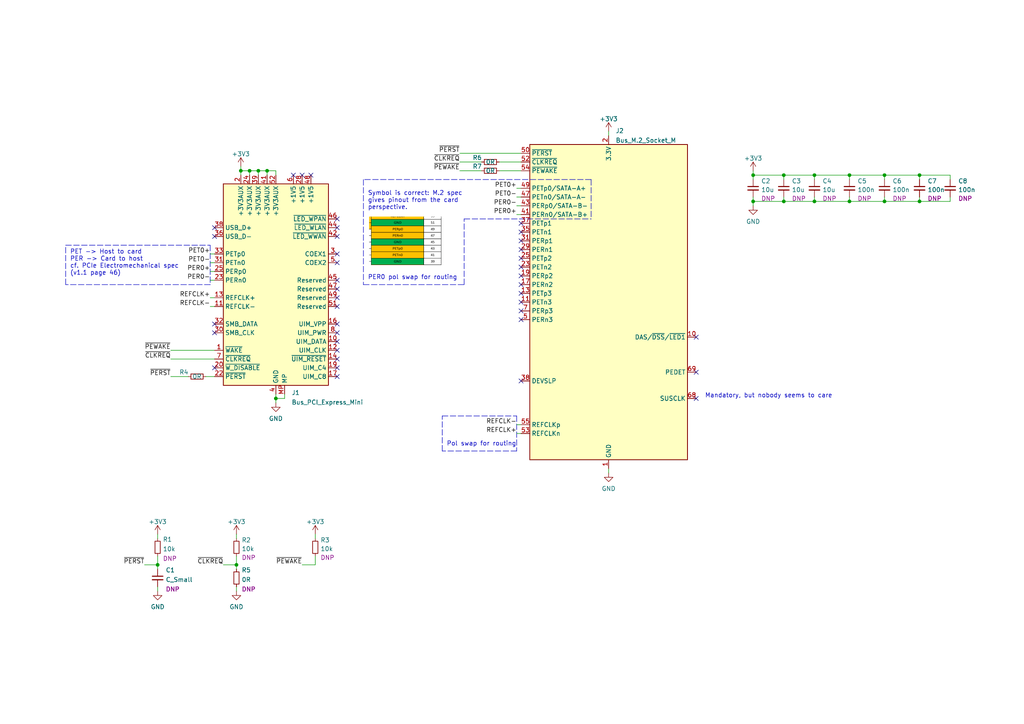
<source format=kicad_sch>
(kicad_sch (version 20211123) (generator eeschema)
  (paper "A4")
  (lib_symbols
    (symbol "Connector:Bus_M.2_Socket_M"
      (property "Reference" "J" (at -22.86 46.99 0))
      (property "Value" "Bus_M.2_Socket_M" (at 16.51 46.99 0))
      (symbol "Bus_M.2_Socket_M_0_1"
        (rectangle (start -22.86 45.72) (end 22.86 -45.72) (stroke (width 0.254)) (fill (type background)))
      )
      (symbol "Bus_M.2_Socket_M_1_1"
        (pin power_in line (at 0 -48.26 90) (length 2.54) (name "GND") (number "1"))
        (pin bidirectional line (at 25.4 -10.16 180) (length 2.54) (name "DAS/~{DSS}/~{LED1}") (number "10"))
        (pin output line (at -25.4 0 0) (length 2.54) (name "PETn3") (number "11"))
        (pin passive line (at 0 48.26 270) (length 2.54) hide (name "3.3V") (number "12"))
        (pin output line (at -25.4 2.54 0) (length 2.54) (name "PETp3") (number "13"))
        (pin passive line (at 0 48.26 270) (length 2.54) hide (name "3.3V") (number "14"))
        (pin passive line (at 0 -48.26 90) (length 2.54) hide (name "GND") (number "15"))
        (pin passive line (at 0 48.26 270) (length 2.54) hide (name "3.3V") (number "16"))
        (pin input line (at -25.4 5.08 0) (length 2.54) (name "PERn2") (number "17"))
        (pin passive line (at 0 48.26 270) (length 2.54) hide (name "3.3V") (number "18"))
        (pin input line (at -25.4 7.62 0) (length 2.54) (name "PERp2") (number "19"))
        (pin power_in line (at 0 48.26 270) (length 2.54) (name "3.3V") (number "2"))
        (pin no_connect line (at 22.86 2.54 180) (length 2.54) hide (name "NC") (number "20"))
        (pin passive line (at 0 -48.26 90) (length 2.54) hide (name "GND") (number "21"))
        (pin no_connect line (at 22.86 5.08 180) (length 2.54) hide (name "NC") (number "22"))
        (pin output line (at -25.4 10.16 0) (length 2.54) (name "PETn2") (number "23"))
        (pin no_connect line (at 22.86 7.62 180) (length 2.54) hide (name "NC") (number "24"))
        (pin output line (at -25.4 12.7 0) (length 2.54) (name "PETp2") (number "25"))
        (pin no_connect line (at 22.86 10.16 180) (length 2.54) hide (name "NC") (number "26"))
        (pin passive line (at 0 -48.26 90) (length 2.54) hide (name "GND") (number "27"))
        (pin no_connect line (at 22.86 12.7 180) (length 2.54) hide (name "NC") (number "28"))
        (pin input line (at -25.4 15.24 0) (length 2.54) (name "PERn1") (number "29"))
        (pin passive line (at 0 -48.26 90) (length 2.54) hide (name "GND") (number "3"))
        (pin no_connect line (at 22.86 15.24 180) (length 2.54) hide (name "NC") (number "30"))
        (pin input line (at -25.4 17.78 0) (length 2.54) (name "PERp1") (number "31"))
        (pin no_connect line (at 22.86 17.78 180) (length 2.54) hide (name "NC") (number "32"))
        (pin passive line (at 0 -48.26 90) (length 2.54) hide (name "GND") (number "33"))
        (pin no_connect line (at 22.86 20.32 180) (length 2.54) hide (name "NC") (number "34"))
        (pin output line (at -25.4 20.32 0) (length 2.54) (name "PETn1") (number "35"))
        (pin no_connect line (at 22.86 22.86 180) (length 2.54) hide (name "NC") (number "36"))
        (pin output line (at -25.4 22.86 0) (length 2.54) (name "PETp1") (number "37"))
        (pin output line (at -25.4 -22.86 0) (length 2.54) (name "DEVSLP") (number "38"))
        (pin passive line (at 0 -48.26 90) (length 2.54) hide (name "GND") (number "39"))
        (pin passive line (at 0 48.26 270) (length 2.54) hide (name "3.3V") (number "4"))
        (pin no_connect line (at 22.86 25.4 180) (length 2.54) hide (name "NC") (number "40"))
        (pin input line (at -25.4 25.4 0) (length 2.54) (name "PERn0/SATA-B+") (number "41"))
        (pin no_connect line (at 22.86 27.94 180) (length 2.54) hide (name "NC") (number "42"))
        (pin input line (at -25.4 27.94 0) (length 2.54) (name "PERp0/SATA-B-") (number "43"))
        (pin no_connect line (at 22.86 30.48 180) (length 2.54) hide (name "NC") (number "44"))
        (pin passive line (at 0 -48.26 90) (length 2.54) hide (name "GND") (number "45"))
        (pin no_connect line (at 22.86 33.02 180) (length 2.54) hide (name "NC") (number "46"))
        (pin output line (at -25.4 30.48 0) (length 2.54) (name "PETn0/SATA-A-") (number "47"))
        (pin no_connect line (at 22.86 35.56 180) (length 2.54) hide (name "NC") (number "48"))
        (pin output line (at -25.4 33.02 0) (length 2.54) (name "PETp0/SATA-A+") (number "49"))
        (pin input line (at -25.4 -5.08 0) (length 2.54) (name "PERn3") (number "5"))
        (pin output line (at -25.4 43.18 0) (length 2.54) (name "~{PERST}") (number "50"))
        (pin passive line (at 0 -48.26 90) (length 2.54) hide (name "GND") (number "51"))
        (pin bidirectional line (at -25.4 40.64 0) (length 2.54) (name "~{CLKREQ}") (number "52"))
        (pin output line (at -25.4 -38.1 0) (length 2.54) (name "REFCLKn") (number "53"))
        (pin bidirectional line (at -25.4 38.1 0) (length 2.54) (name "~{PEWAKE}") (number "54"))
        (pin output line (at -25.4 -35.56 0) (length 2.54) (name "REFCLKp") (number "55"))
        (pin no_connect line (at 22.86 38.1 180) (length 2.54) hide (name "NC") (number "56"))
        (pin passive line (at 0 -48.26 90) (length 2.54) hide (name "GND") (number "57"))
        (pin no_connect line (at 22.86 40.64 180) (length 2.54) hide (name "NC") (number "58"))
        (pin no_connect line (at 22.86 -2.54 180) (length 2.54) hide (name "NC") (number "6"))
        (pin no_connect line (at 22.86 -5.08 180) (length 2.54) hide (name "NC") (number "67"))
        (pin output line (at 25.4 -27.94 180) (length 2.54) (name "SUSCLK") (number "68"))
        (pin passive line (at 25.4 -20.32 180) (length 2.54) (name "PEDET") (number "69"))
        (pin input line (at -25.4 -2.54 0) (length 2.54) (name "PERp3") (number "7"))
        (pin passive line (at 0 48.26 270) (length 2.54) hide (name "3.3V") (number "70"))
        (pin passive line (at 0 -48.26 90) (length 2.54) hide (name "GND") (number "71"))
        (pin passive line (at 0 48.26 270) (length 2.54) hide (name "3.3V") (number "72"))
        (pin passive line (at 0 -48.26 90) (length 2.54) hide (name "GND") (number "73"))
        (pin passive line (at 0 48.26 270) (length 2.54) hide (name "3.3V") (number "74"))
        (pin passive line (at 0 -48.26 90) (length 2.54) hide (name "GND") (number "75"))
        (pin no_connect line (at 22.86 0 180) (length 2.54) hide (name "NC") (number "8"))
        (pin passive line (at 0 -48.26 90) (length 2.54) hide (name "GND") (number "9"))
      )
    )
    (symbol "Connector:Bus_PCI_Express_Mini"
      (property "Reference" "J" (at -16.51 31.75 0))
      (property "Value" "Bus_PCI_Express_Mini" (at 22.86 31.75 0))
      (symbol "Bus_PCI_Express_Mini_0_1"
        (rectangle (start -15.24 30.48) (end 15.24 -27.94) (stroke (width 0.254)) (fill (type background)))
      )
      (symbol "Bus_PCI_Express_Mini_1_1"
        (pin open_collector line (at -17.78 -17.78 0) (length 2.54) (name "~{WAKE}") (number "1"))
        (pin bidirectional line (at 17.78 -15.24 180) (length 2.54) (name "UIM_DATA") (number "10"))
        (pin input line (at -17.78 -5.08 0) (length 2.54) (name "REFCLK-") (number "11"))
        (pin output line (at 17.78 -17.78 180) (length 2.54) (name "UIM_CLK") (number "12"))
        (pin input line (at -17.78 -2.54 0) (length 2.54) (name "REFCLK+") (number "13"))
        (pin output line (at 17.78 -20.32 180) (length 2.54) (name "~{UIM_RESET}") (number "14"))
        (pin passive line (at 0 -30.48 90) (length 2.54) hide (name "GND") (number "15"))
        (pin power_out line (at 17.78 -10.16 180) (length 2.54) (name "UIM_VPP") (number "16"))
        (pin passive line (at 17.78 -25.4 180) (length 2.54) (name "UIM_C8") (number "17"))
        (pin passive line (at 0 -30.48 90) (length 2.54) hide (name "GND") (number "18"))
        (pin passive line (at 17.78 -22.86 180) (length 2.54) (name "UIM_C4") (number "19"))
        (pin power_in line (at -10.16 33.02 270) (length 2.54) (name "+3V3AUX") (number "2"))
        (pin input line (at -17.78 -22.86 0) (length 2.54) (name "~{W_DISABLE}") (number "20"))
        (pin passive line (at 0 -30.48 90) (length 2.54) hide (name "GND") (number "21"))
        (pin input line (at -17.78 -25.4 0) (length 2.54) (name "~{PERST}") (number "22"))
        (pin output line (at -17.78 2.54 0) (length 2.54) (name "PERn0") (number "23"))
        (pin power_in line (at -7.62 33.02 270) (length 2.54) (name "+3V3AUX") (number "24"))
        (pin output line (at -17.78 5.08 0) (length 2.54) (name "PERp0") (number "25"))
        (pin passive line (at 0 -30.48 90) (length 2.54) hide (name "GND") (number "26"))
        (pin passive line (at 0 -30.48 90) (length 2.54) hide (name "GND") (number "27"))
        (pin power_in line (at 7.62 33.02 270) (length 2.54) (name "+1V5") (number "28"))
        (pin passive line (at 0 -30.48 90) (length 2.54) hide (name "GND") (number "29"))
        (pin passive line (at 17.78 10.16 180) (length 2.54) (name "COEX1") (number "3"))
        (pin input line (at -17.78 -12.7 0) (length 2.54) (name "SMB_CLK") (number "30"))
        (pin input line (at -17.78 7.62 0) (length 2.54) (name "PETn0") (number "31"))
        (pin bidirectional line (at -17.78 -10.16 0) (length 2.54) (name "SMB_DATA") (number "32"))
        (pin input line (at -17.78 10.16 0) (length 2.54) (name "PETp0") (number "33"))
        (pin passive line (at 0 -30.48 90) (length 2.54) hide (name "GND") (number "34"))
        (pin passive line (at 0 -30.48 90) (length 2.54) hide (name "GND") (number "35"))
        (pin bidirectional line (at -17.78 15.24 0) (length 2.54) (name "USB_D-") (number "36"))
        (pin passive line (at 0 -30.48 90) (length 2.54) hide (name "GND") (number "37"))
        (pin bidirectional line (at -17.78 17.78 0) (length 2.54) (name "USB_D+") (number "38"))
        (pin power_in line (at -5.08 33.02 270) (length 2.54) (name "+3V3AUX") (number "39"))
        (pin power_in line (at 0 -30.48 90) (length 2.54) (name "GND") (number "4"))
        (pin passive line (at 0 -30.48 90) (length 2.54) hide (name "GND") (number "40"))
        (pin power_in line (at -2.54 33.02 270) (length 2.54) (name "+3V3AUX") (number "41"))
        (pin open_collector line (at 17.78 15.24 180) (length 2.54) (name "~{LED_WWAN}") (number "42"))
        (pin passive line (at 0 -30.48 90) (length 2.54) hide (name "GND") (number "43"))
        (pin open_collector line (at 17.78 17.78 180) (length 2.54) (name "~{LED_WLAN}") (number "44"))
        (pin passive line (at 17.78 2.54 180) (length 2.54) (name "Reserved") (number "45"))
        (pin open_collector line (at 17.78 20.32 180) (length 2.54) (name "~{LED_WPAN}") (number "46"))
        (pin passive line (at 17.78 0 180) (length 2.54) (name "Reserved") (number "47"))
        (pin power_in line (at 10.16 33.02 270) (length 2.54) (name "+1V5") (number "48"))
        (pin passive line (at 17.78 -2.54 180) (length 2.54) (name "Reserved") (number "49"))
        (pin passive line (at 17.78 7.62 180) (length 2.54) (name "COEX2") (number "5"))
        (pin passive line (at 0 -30.48 90) (length 2.54) hide (name "GND") (number "50"))
        (pin passive line (at 17.78 -5.08 180) (length 2.54) (name "Reserved") (number "51"))
        (pin power_in line (at 0 33.02 270) (length 2.54) (name "+3V3AUX") (number "52"))
        (pin power_in line (at 5.08 33.02 270) (length 2.54) (name "+1V5") (number "6"))
        (pin open_collector line (at -17.78 -20.32 0) (length 2.54) (name "~{CLKREQ}") (number "7"))
        (pin power_out line (at 17.78 -12.7 180) (length 2.54) (name "UIM_PWR") (number "8"))
        (pin passive line (at 0 -30.48 90) (length 2.54) hide (name "GND") (number "9"))
        (pin passive line (at 2.54 -30.48 90) (length 2.54) (name "MP") (number "MP"))
      )
    )
    (symbol "Device:C_Small" (pin_numbers hide) (pin_names (offset 0.254) hide)
      (property "Reference" "C" (at 0.254 1.778 0))
      (property "Value" "C_Small" (at 0.254 -2.032 0))
      (symbol "C_Small_0_1"
        (polyline (pts (xy -1.524 -0.508) (xy 1.524 -0.508)) (stroke (width 0.3302)))
        (polyline (pts (xy -1.524 0.508) (xy 1.524 0.508)) (stroke (width 0.3048)))
      )
      (symbol "C_Small_1_1"
        (pin passive line (at 0 2.54 270) (length 2.032) (name "~") (number "1"))
        (pin passive line (at 0 -2.54 90) (length 2.032) (name "~") (number "2"))
      )
    )
    (symbol "Device:R_Small" (pin_numbers hide) (pin_names (offset 0.254) hide)
      (property "Reference" "R" (at 0.762 0.508 0))
      (property "Value" "R_Small" (at 0.762 -1.016 0))
      (symbol "R_Small_0_1"
        (rectangle (start -0.762 1.778) (end 0.762 -1.778) (stroke (width 0.2032)))
      )
      (symbol "R_Small_1_1"
        (pin passive line (at 0 2.54 270) (length 0.762) (name "~") (number "1"))
        (pin passive line (at 0 -2.54 90) (length 0.762) (name "~") (number "2"))
      )
    )
    (symbol "power:+3V3" (power) (pin_names (offset 0))
      (property "Value" "+3V3" (at 0 3.556 0))
      (symbol "+3V3_0_1"
        (polyline (pts (xy -0.762 1.27) (xy 0 2.54)))
        (polyline (pts (xy 0 0) (xy 0 2.54)))
        (polyline (pts (xy 0 2.54) (xy 0.762 1.27)))
      )
      (symbol "+3V3_1_1"
        (pin power_in line (at 0 0 90) (length 0) hide (name "+3V3") (number "1"))
      )
    )
    (symbol "power:GND" (power) (pin_names (offset 0))
      (property "Value" "GND" (at 0 -3.81 0))
      (symbol "GND_0_1"
        (polyline (pts (xy 0 0) (xy 0 -1.27) (xy 1.27 -1.27) (xy 0 -2.54) (xy -1.27 -1.27) (xy 0 -1.27)))
      )
      (symbol "GND_1_1"
        (pin power_in line (at 0 0 270) (length 0) hide (name "GND") (number "1"))
      )
    )
  )
  (junction (at 266.7 58.42))
  (junction (at 77.47 49.53))
  (junction (at 227.33 50.8))
  (junction (at 218.44 50.8))
  (junction (at 72.39 49.53))
  (junction (at 236.22 58.42))
  (junction (at 74.93 49.53))
  (junction (at 246.38 50.8))
  (junction (at 45.72 163.83))
  (junction (at 218.44 58.42))
  (junction (at 227.33 58.42))
  (junction (at 68.58 163.83))
  (junction (at 256.54 50.8))
  (junction (at 266.7 50.8))
  (junction (at 236.22 50.8))
  (junction (at 80.01 115.57))
  (junction (at 246.38 58.42))
  (junction (at 256.54 58.42))
  (junction (at 69.85 49.53))
  (no_connect (at 151.13 69.85))
  (no_connect (at 151.13 80.01))
  (no_connect (at 151.13 110.49))
  (no_connect (at 151.13 82.55))
  (no_connect (at 201.93 115.57))
  (no_connect (at 151.13 72.39))
  (no_connect (at 97.79 66.04))
  (no_connect (at 62.23 106.68))
  (no_connect (at 97.79 93.98))
  (no_connect (at 97.79 106.68))
  (no_connect (at 151.13 92.71))
  (no_connect (at 85.09 50.8))
  (no_connect (at 151.13 74.93))
  (no_connect (at 97.79 88.9))
  (no_connect (at 201.93 107.95))
  (no_connect (at 97.79 99.06))
  (no_connect (at 62.23 96.52))
  (no_connect (at 90.17 50.8))
  (no_connect (at 97.79 83.82))
  (no_connect (at 97.79 73.66))
  (no_connect (at 87.63 50.8))
  (no_connect (at 201.93 97.79))
  (no_connect (at 97.79 86.36))
  (no_connect (at 97.79 68.58))
  (no_connect (at 151.13 64.77))
  (no_connect (at 151.13 67.31))
  (no_connect (at 97.79 101.6))
  (no_connect (at 97.79 104.14))
  (no_connect (at 62.23 66.04))
  (no_connect (at 151.13 77.47))
  (no_connect (at 62.23 68.58))
  (no_connect (at 151.13 87.63))
  (no_connect (at 97.79 96.52))
  (no_connect (at 97.79 109.22))
  (no_connect (at 97.79 76.2))
  (no_connect (at 97.79 81.28))
  (no_connect (at 97.79 63.5))
  (no_connect (at 62.23 93.98))
  (no_connect (at 151.13 85.09))
  (no_connect (at 151.13 90.17))
  (wire (pts (xy 236.22 50.8) (xy 236.22 52.07)))
  (wire (pts (xy 246.38 50.8) (xy 256.54 50.8)))
  (polyline (pts (xy 128.27 130.81) (xy 128.27 120.65)))
  (polyline (pts (xy 134.62 63.5) (xy 171.45 63.5)))
  (polyline (pts (xy 171.45 52.07) (xy 171.45 63.5)))
  (wire (pts (xy 60.96 86.36) (xy 62.23 86.36)))
  (wire (pts (xy 149.86 123.19) (xy 151.13 123.19)))
  (polyline (pts (xy 105.41 52.07) (xy 105.41 82.55)))
  (wire (pts (xy 64.77 163.83) (xy 68.58 163.83)))
  (polyline (pts (xy 105.41 82.55) (xy 134.62 82.55)))
  (polyline (pts (xy 149.86 130.81) (xy 128.27 130.81)))
  (wire (pts (xy 80.01 115.57) (xy 82.55 115.57)))
  (wire (pts (xy 74.93 49.53) (xy 77.47 49.53)))
  (wire (pts (xy 144.78 46.99) (xy 151.13 46.99)))
  (wire (pts (xy 149.86 54.61) (xy 151.13 54.61)))
  (wire (pts (xy 72.39 49.53) (xy 74.93 49.53)))
  (polyline (pts (xy 134.62 82.55) (xy 134.62 63.5)))
  (wire (pts (xy 60.96 81.28) (xy 62.23 81.28)))
  (wire (pts (xy 176.53 135.89) (xy 176.53 137.16)))
  (wire (pts (xy 45.72 163.83) (xy 45.72 161.29)))
  (wire (pts (xy 68.58 163.83) (xy 68.58 161.29)))
  (wire (pts (xy 60.96 78.74) (xy 62.23 78.74)))
  (wire (pts (xy 45.72 163.83) (xy 45.72 165.1)))
  (wire (pts (xy 49.53 101.6) (xy 62.23 101.6)))
  (wire (pts (xy 133.35 44.45) (xy 151.13 44.45)))
  (wire (pts (xy 45.72 154.94) (xy 45.72 156.21)))
  (wire (pts (xy 256.54 50.8) (xy 266.7 50.8)))
  (wire (pts (xy 149.86 125.73) (xy 151.13 125.73)))
  (wire (pts (xy 256.54 57.15) (xy 256.54 58.42)))
  (wire (pts (xy 275.59 58.42) (xy 275.59 57.15)))
  (wire (pts (xy 256.54 50.8) (xy 256.54 52.07)))
  (wire (pts (xy 82.55 115.57) (xy 82.55 114.3)))
  (wire (pts (xy 266.7 58.42) (xy 266.7 57.15)))
  (wire (pts (xy 218.44 50.8) (xy 218.44 52.07)))
  (wire (pts (xy 59.69 109.22) (xy 62.23 109.22)))
  (wire (pts (xy 91.44 163.83) (xy 91.44 161.29)))
  (wire (pts (xy 218.44 49.53) (xy 218.44 50.8)))
  (wire (pts (xy 69.85 49.53) (xy 72.39 49.53)))
  (wire (pts (xy 236.22 58.42) (xy 246.38 58.42)))
  (wire (pts (xy 227.33 50.8) (xy 227.33 52.07)))
  (wire (pts (xy 227.33 57.15) (xy 227.33 58.42)))
  (wire (pts (xy 246.38 57.15) (xy 246.38 58.42)))
  (wire (pts (xy 236.22 50.8) (xy 246.38 50.8)))
  (polyline (pts (xy 149.86 120.65) (xy 149.86 130.81)))
  (wire (pts (xy 149.86 62.23) (xy 151.13 62.23)))
  (polyline (pts (xy 171.45 52.07) (xy 105.41 52.07)))
  (wire (pts (xy 68.58 163.83) (xy 68.58 165.1)))
  (wire (pts (xy 49.53 109.22) (xy 54.61 109.22)))
  (wire (pts (xy 266.7 50.8) (xy 266.7 52.07)))
  (polyline (pts (xy 19.05 71.12) (xy 60.96 71.12)))
  (wire (pts (xy 91.44 154.94) (xy 91.44 156.21)))
  (wire (pts (xy 69.85 48.26) (xy 69.85 49.53)))
  (wire (pts (xy 77.47 49.53) (xy 77.47 50.8)))
  (wire (pts (xy 80.01 49.53) (xy 80.01 50.8)))
  (polyline (pts (xy 60.96 82.55) (xy 19.05 82.55)))
  (wire (pts (xy 218.44 58.42) (xy 227.33 58.42)))
  (wire (pts (xy 236.22 57.15) (xy 236.22 58.42)))
  (wire (pts (xy 77.47 49.53) (xy 80.01 49.53)))
  (wire (pts (xy 72.39 49.53) (xy 72.39 50.8)))
  (wire (pts (xy 49.53 104.14) (xy 62.23 104.14)))
  (wire (pts (xy 74.93 49.53) (xy 74.93 50.8)))
  (wire (pts (xy 60.96 73.66) (xy 62.23 73.66)))
  (wire (pts (xy 149.86 57.15) (xy 151.13 57.15)))
  (wire (pts (xy 218.44 50.8) (xy 227.33 50.8)))
  (wire (pts (xy 80.01 114.3) (xy 80.01 115.57)))
  (wire (pts (xy 218.44 57.15) (xy 218.44 58.42)))
  (wire (pts (xy 266.7 50.8) (xy 275.59 50.8)))
  (wire (pts (xy 87.63 163.83) (xy 91.44 163.83)))
  (wire (pts (xy 149.86 59.69) (xy 151.13 59.69)))
  (wire (pts (xy 227.33 50.8) (xy 236.22 50.8)))
  (wire (pts (xy 266.7 58.42) (xy 275.59 58.42)))
  (wire (pts (xy 45.72 170.18) (xy 45.72 171.45)))
  (polyline (pts (xy 60.96 71.12) (xy 60.96 82.55)))
  (wire (pts (xy 256.54 58.42) (xy 266.7 58.42)))
  (wire (pts (xy 69.85 49.53) (xy 69.85 50.8)))
  (wire (pts (xy 133.35 49.53) (xy 139.7 49.53)))
  (wire (pts (xy 41.91 163.83) (xy 45.72 163.83)))
  (wire (pts (xy 68.58 170.18) (xy 68.58 171.45)))
  (wire (pts (xy 60.96 88.9) (xy 62.23 88.9)))
  (wire (pts (xy 218.44 58.42) (xy 218.44 59.69)))
  (wire (pts (xy 275.59 50.8) (xy 275.59 52.07)))
  (wire (pts (xy 176.53 38.1) (xy 176.53 39.37)))
  (wire (pts (xy 227.33 58.42) (xy 236.22 58.42)))
  (wire (pts (xy 246.38 50.8) (xy 246.38 52.07)))
  (wire (pts (xy 133.35 46.99) (xy 139.7 46.99)))
  (wire (pts (xy 80.01 115.57) (xy 80.01 116.84)))
  (wire (pts (xy 60.96 76.2) (xy 62.23 76.2)))
  (wire (pts (xy 68.58 154.94) (xy 68.58 156.21)))
  (polyline (pts (xy 19.05 82.55) (xy 19.05 71.12)))
  (wire (pts (xy 144.78 49.53) (xy 151.13 49.53)))
  (polyline (pts (xy 128.27 120.65) (xy 149.86 120.65)))
  (wire (pts (xy 246.38 58.42) (xy 256.54 58.42)))
  (image (at 118.11 69.85))
  (text "Symbol is correct: M.2 spec\ngives pinout from the card\nperspective." (at 106.68 60.96 0) (effects (font (size 1.27 1.27)) (justify left bottom)))
  (text "PET -> Host to card\nPER -> Card to host\ncf. PCIe Electromechanical spec\n(v1.1 page 46)" (at 20.32 80.01 0) (effects (font (size 1.27 1.27)) (justify left bottom)))
  (text "Mandatory, but nobody seems to care" (at 204.47 115.57 0) (effects (font (size 1.27 1.27)) (justify left bottom)))
  (text "Pol swap for routing" (at 129.54 129.54 0) (effects (font (size 1.27 1.27)) (justify left bottom)))
  (text "PER0 pol swap for routing" (at 106.68 81.28 0) (effects (font (size 1.27 1.27)) (justify left bottom)))
  (label "PER0-" (at 149.86 59.69 180))
  (label "PET0-" (at 60.96 76.2 180))
  (label "~{PERST}" (at 49.53 109.22 180))
  (label "PET0+" (at 60.96 73.66 180))
  (label "REFCLK+" (at 149.86 125.73 180))
  (label "PER0+" (at 60.96 78.74 180))
  (label "PER0-" (at 60.96 81.28 180))
  (label "~{PEWAKE}" (at 49.53 101.6 180))
  (label "PET0+" (at 149.86 54.61 180))
  (label "REFCLK-" (at 60.96 88.9 180))
  (label "~{PERST}" (at 133.35 44.45 180))
  (label "PER0+" (at 149.86 62.23 180))
  (label "PET0-" (at 149.86 57.15 180))
  (label "~{PEWAKE}" (at 133.35 49.53 180))
  (label "~{CLKREQ}" (at 133.35 46.99 180))
  (label "~{PERST}" (at 41.91 163.83 180))
  (label "REFCLK+" (at 60.96 86.36 180))
  (label "REFCLK-" (at 149.86 123.19 180))
  (label "~{CLKREQ}" (at 64.77 163.83 180))
  (label "~{CLKREQ}" (at 49.53 104.14 180))
  (label "~{PEWAKE}" (at 87.63 163.83 180))
  (symbol (lib_id "power:+3V3") (at 176.53 38.1 0) (unit 1)
    (property "Reference" "#PWR07" (effects hide))
    (property "Value" "+3V3" (at 176.53 34.4955 0))
  )
  (symbol (lib_id "Device:R_Small") (at 142.24 46.99 90) (unit 1)
    (property "Reference" "R6" (at 138.43 45.72 90))
    (property "Value" "0R" (at 142.24 46.99 90))
    (property "Footprint" "Resistor_SMD:R_0402_1005Metric" (effects hide))
  )
  (symbol (lib_id "Device:C_Small") (at 256.54 54.61 0) (unit 1)
    (property "Reference" "C6" (at 258.8641 52.5132 0) (effects (justify left)))
    (property "Value" "100n" (at 258.8641 55.0501 0) (effects (justify left)))
    (property "Footprint" "Capacitor_SMD:C_0402_1005Metric" (effects hide))
    (property "DNP" "DNP" (at 258.8641 57.587 0) (effects (justify left)))
  )
  (symbol (lib_id "Device:C_Small") (at 45.72 167.64 0) (unit 1)
    (property "Reference" "C1" (at 48.0441 165.3502 0) (effects (justify left)))
    (property "Value" "C_Small" (at 48.0441 168.1253 0) (effects (justify left)))
    (property "Footprint" "Capacitor_SMD:C_0402_1005Metric" (effects hide))
    (property "DNP" "DNP" (at 48.0441 170.9004 0) (effects (justify left)))
  )
  (symbol (lib_id "Device:R_Small") (at 57.15 109.22 90) (unit 1)
    (property "Reference" "R4" (at 53.34 107.95 90))
    (property "Value" "0R" (at 57.15 109.22 90))
    (property "Footprint" "Resistor_SMD:R_0402_1005Metric" (effects hide))
  )
  (symbol (lib_id "power:+3V3") (at 91.44 154.94 0) (unit 1)
    (property "Reference" "#PWR06" (effects hide))
    (property "Value" "+3V3" (at 91.44 151.3355 0))
  )
  (symbol (lib_id "power:+3V3") (at 218.44 49.53 0) (unit 1)
    (property "Reference" "#PWR010" (effects hide))
    (property "Value" "+3V3" (at 218.44 45.9255 0))
  )
  (symbol (lib_id "Device:C_Small") (at 236.22 54.61 0) (unit 1)
    (property "Reference" "C4" (at 238.5441 52.5132 0) (effects (justify left)))
    (property "Value" "10u" (at 238.5441 55.0501 0) (effects (justify left)))
    (property "Footprint" "Capacitor_SMD:C_0805_2012Metric" (effects hide))
    (property "DNP" "DNP" (at 238.5441 57.587 0) (effects (justify left)))
  )
  (symbol (lib_id "power:+3V3") (at 68.58 154.94 0) (unit 1)
    (property "Reference" "#PWR05" (effects hide))
    (property "Value" "+3V3" (at 68.58 151.3355 0))
  )
  (symbol (lib_id "Device:C_Small") (at 275.59 54.61 0) (unit 1)
    (property "Reference" "C8" (at 277.9141 52.5132 0) (effects (justify left)))
    (property "Value" "100n" (at 277.9141 55.0501 0) (effects (justify left)))
    (property "Footprint" "Capacitor_SMD:C_0402_1005Metric" (effects hide))
    (property "DNP" "DNP" (at 277.9141 57.587 0) (effects (justify left)))
  )
  (symbol (lib_id "power:+3V3") (at 69.85 48.26 0) (unit 1)
    (property "Reference" "#PWR01" (effects hide))
    (property "Value" "+3V3" (at 69.85 44.6555 0))
  )
  (symbol (lib_id "Connector:Bus_M.2_Socket_M") (at 176.53 87.63 0) (unit 1)
    (property "Reference" "J2" (at 178.5494 37.9435 0) (effects (justify left)))
    (property "Value" "Bus_M.2_Socket_M" (at 178.5494 40.7186 0) (effects (justify left)))
    (property "Footprint" "local:JAE_SM3ZS067UxxM" (effects hide))
    (property "Datasheet" "https://www.jae.com/direct/topics/topics_file_download/topics_id=68936&ext_no=06&index=0&_lang=en" (effects hide))
    (property "Manufacturer" "JAE Electronics" (effects hide))
    (property "MPN" "SM3ZS067U410AMR1000" (effects hide))
    (property "Digikey" "670-2693-1-ND" (effects hide))
  )
  (symbol (lib_id "Device:R_Small") (at 68.58 158.75 0) (unit 1)
    (property "Reference" "R2" (at 70.0786 156.6469 0) (effects (justify left)))
    (property "Value" "10k" (at 70.0786 159.1838 0) (effects (justify left)))
    (property "Footprint" "Resistor_SMD:R_0402_1005Metric" (effects hide))
    (property "DNP" "DNP" (at 70.0786 161.7207 0) (effects (justify left)))
  )
  (symbol (lib_id "Connector:Bus_PCI_Express_Mini") (at 80.01 83.82 0) (unit 1)
    (property "Reference" "J1" (at 84.5694 113.9095 0) (effects (justify left)))
    (property "Value" "Bus_PCI_Express_Mini" (at 84.5694 116.6846 0) (effects (justify left)))
    (property "Footprint" "local:mPCIe_Edge" (effects hide))
  )
  (symbol (lib_id "Device:R_Small") (at 142.24 49.53 90) (unit 1)
    (property "Reference" "R7" (at 138.43 48.26 90))
    (property "Value" "0R" (at 142.24 49.53 90))
    (property "Footprint" "Resistor_SMD:R_0402_1005Metric" (effects hide))
  )
  (symbol (lib_id "Device:R_Small") (at 91.44 158.75 0) (unit 1)
    (property "Reference" "R3" (at 92.9386 156.6469 0) (effects (justify left)))
    (property "Value" "10k" (at 92.9386 159.1838 0) (effects (justify left)))
    (property "Footprint" "Resistor_SMD:R_0402_1005Metric" (effects hide))
    (property "DNP" "DNP" (at 92.9386 161.7207 0) (effects (justify left)))
  )
  (symbol (lib_id "Device:R_Small") (at 68.58 167.64 180) (unit 1)
    (property "Reference" "R5" (at 70.0786 165.3439 0) (effects (justify right)))
    (property "Value" "0R" (at 70.0786 168.119 0) (effects (justify right)))
    (property "Footprint" "Resistor_SMD:R_0402_1005Metric" (effects hide))
    (property "DNP" "DNP" (at 70.0786 170.8941 0) (effects (justify right)))
  )
  (symbol (lib_id "Device:R_Small") (at 45.72 158.75 0) (unit 1)
    (property "Reference" "R1" (at 47.2186 156.4539 0) (effects (justify left)))
    (property "Value" "10k" (at 47.2186 159.229 0) (effects (justify left)))
    (property "Footprint" "Resistor_SMD:R_0402_1005Metric" (effects hide))
    (property "DNP" "DNP" (at 47.2186 162.0041 0) (effects (justify left)))
  )
  (symbol (lib_id "power:GND") (at 176.53 137.16 0) (unit 1)
    (property "Reference" "#PWR03" (effects hide))
    (property "Value" "GND" (at 176.53 141.7225 0))
  )
  (symbol (lib_id "power:GND") (at 68.58 171.45 0) (unit 1)
    (property "Reference" "#PWR09" (effects hide))
    (property "Value" "GND" (at 68.58 176.0125 0))
  )
  (symbol (lib_id "Device:C_Small") (at 266.7 54.61 0) (unit 1)
    (property "Reference" "C7" (at 269.0241 52.5132 0) (effects (justify left)))
    (property "Value" "100n" (at 269.0241 55.0501 0) (effects (justify left)))
    (property "Footprint" "Capacitor_SMD:C_0402_1005Metric" (effects hide))
    (property "DNP" "DNP" (at 269.0241 57.587 0) (effects (justify left)))
  )
  (symbol (lib_id "Device:C_Small") (at 227.33 54.61 0) (unit 1)
    (property "Reference" "C3" (at 229.6541 52.5132 0) (effects (justify left)))
    (property "Value" "10u" (at 229.6541 55.0501 0) (effects (justify left)))
    (property "Footprint" "Capacitor_SMD:C_0805_2012Metric" (effects hide))
    (property "DNP" "DNP" (at 229.6541 57.587 0) (effects (justify left)))
  )
  (symbol (lib_id "power:GND") (at 80.01 116.84 0) (unit 1)
    (property "Reference" "#PWR02" (effects hide))
    (property "Value" "GND" (at 80.01 121.4025 0))
  )
  (symbol (lib_id "power:+3V3") (at 45.72 154.94 0) (unit 1)
    (property "Reference" "#PWR04" (effects hide))
    (property "Value" "+3V3" (at 45.72 151.3355 0))
  )
  (symbol (lib_id "power:GND") (at 45.72 171.45 0) (unit 1)
    (property "Reference" "#PWR08" (effects hide))
    (property "Value" "GND" (at 45.72 176.0125 0))
  )
  (symbol (lib_id "Device:C_Small") (at 218.44 54.61 0) (unit 1)
    (property "Reference" "C2" (at 220.7641 52.5132 0) (effects (justify left)))
    (property "Value" "10u" (at 220.7641 55.0501 0) (effects (justify left)))
    (property "Footprint" "Capacitor_SMD:C_0805_2012Metric" (effects hide))
    (property "DNP" "DNP" (at 220.7641 57.587 0) (effects (justify left)))
  )
  (symbol (lib_id "power:GND") (at 218.44 59.69 0) (unit 1)
    (property "Reference" "#PWR011" (effects hide))
    (property "Value" "GND" (at 218.44 64.2525 0))
  )
  (symbol (lib_id "Device:C_Small") (at 246.38 54.61 0) (unit 1)
    (property "Reference" "C5" (at 248.7041 52.5132 0) (effects (justify left)))
    (property "Value" "100n" (at 248.7041 55.0501 0) (effects (justify left)))
    (property "Footprint" "Capacitor_SMD:C_0402_1005Metric" (effects hide))
    (property "DNP" "DNP" (at 248.7041 57.587 0) (effects (justify left)))
  )
)
</source>
